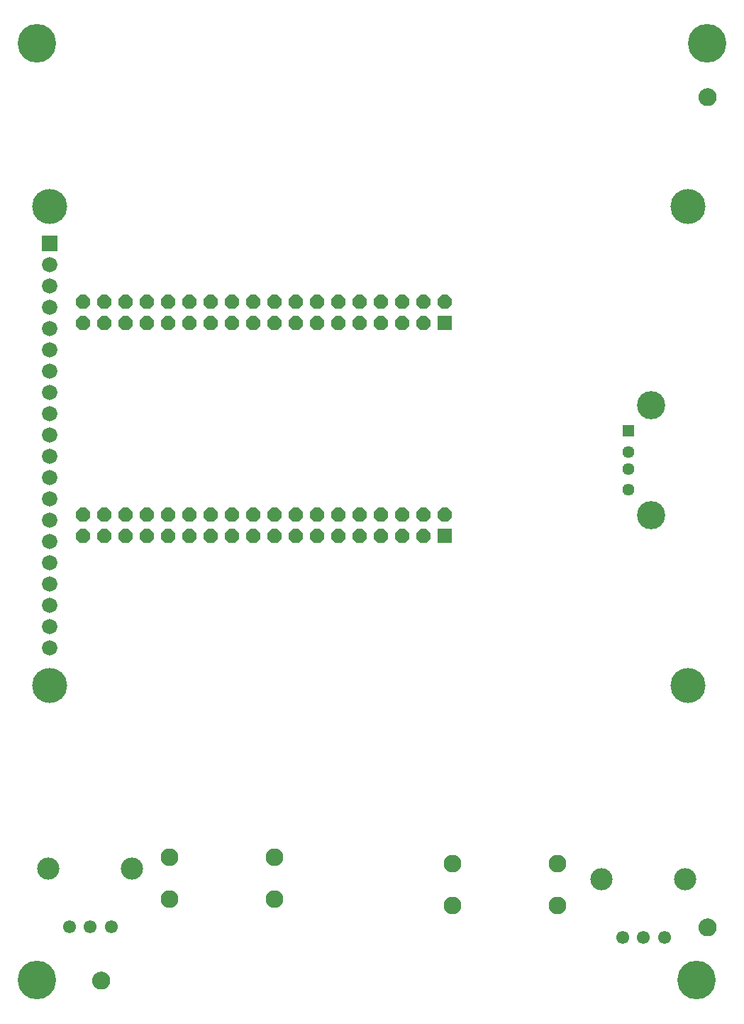
<source format=gbr>
G04 EAGLE Gerber RS-274X export*
G75*
%MOMM*%
%FSLAX34Y34*%
%LPD*%
%INSoldermask Bottom*%
%IPPOS*%
%AMOC8*
5,1,8,0,0,1.08239X$1,22.5*%
G01*
%ADD10R,1.676400X1.676400*%
%ADD11P,1.814519X8X202.500000*%
%ADD12R,1.828800X1.828800*%
%ADD13C,1.828800*%
%ADD14C,4.168400*%
%ADD15C,1.552400*%
%ADD16C,2.652400*%
%ADD17C,2.112400*%
%ADD18R,1.440400X1.440400*%
%ADD19C,1.440400*%
%ADD20C,3.372400*%
%ADD21C,4.597400*%
%ADD22C,0.609600*%
%ADD23C,1.168400*%


D10*
X537800Y568700D03*
D11*
X537800Y594100D03*
X512400Y568700D03*
X512400Y594100D03*
X487000Y568700D03*
X487000Y594100D03*
X461600Y568700D03*
X461600Y594100D03*
X436200Y568700D03*
X436200Y594100D03*
X410800Y568700D03*
X410800Y594100D03*
X385400Y568700D03*
X385400Y594100D03*
X360000Y568700D03*
X360000Y594100D03*
X334600Y568700D03*
X334600Y594100D03*
X309200Y568700D03*
X309200Y594100D03*
X283800Y568700D03*
X283800Y594100D03*
X258400Y568700D03*
X258400Y594100D03*
X233000Y568700D03*
X233000Y594100D03*
X207600Y568700D03*
X207600Y594100D03*
X182200Y568700D03*
X182200Y594100D03*
X156800Y568700D03*
X156800Y594100D03*
X131400Y568700D03*
X131400Y594100D03*
X106000Y568700D03*
X106000Y594100D03*
D10*
X537800Y822700D03*
D11*
X537800Y848100D03*
X512400Y822700D03*
X512400Y848100D03*
X487000Y822700D03*
X487000Y848100D03*
X461600Y822700D03*
X461600Y848100D03*
X436200Y822700D03*
X436200Y848100D03*
X410800Y822700D03*
X410800Y848100D03*
X385400Y822700D03*
X385400Y848100D03*
X360000Y822700D03*
X360000Y848100D03*
X334600Y822700D03*
X334600Y848100D03*
X309200Y822700D03*
X309200Y848100D03*
X283800Y822700D03*
X283800Y848100D03*
X258400Y822700D03*
X258400Y848100D03*
X233000Y822700D03*
X233000Y848100D03*
X207600Y822700D03*
X207600Y848100D03*
X182200Y822700D03*
X182200Y848100D03*
X156800Y822700D03*
X156800Y848100D03*
X131400Y822700D03*
X131400Y848100D03*
X106000Y822700D03*
X106000Y848100D03*
D12*
X66040Y916940D03*
D13*
X66040Y891540D03*
X66040Y866140D03*
X66040Y840740D03*
X66040Y815340D03*
X66040Y789940D03*
X66040Y764540D03*
X66040Y739140D03*
X66040Y713740D03*
X66040Y688340D03*
X66040Y662940D03*
X66040Y637540D03*
X66040Y612140D03*
X66040Y586740D03*
X66040Y561340D03*
X66040Y535940D03*
X66040Y510540D03*
X66040Y485140D03*
X66040Y459740D03*
X66040Y434340D03*
D14*
X66040Y961390D03*
X66040Y389890D03*
X828040Y961390D03*
X828040Y389890D03*
D15*
X749700Y88900D03*
X774700Y88900D03*
X799700Y88900D03*
D16*
X724700Y158900D03*
X824700Y158900D03*
D15*
X89300Y101600D03*
X114300Y101600D03*
X139300Y101600D03*
D16*
X64300Y171600D03*
X164300Y171600D03*
D17*
X672100Y177400D03*
X672100Y127400D03*
X547100Y127400D03*
X547100Y177400D03*
X334280Y185020D03*
X334280Y135020D03*
X209280Y135020D03*
X209280Y185020D03*
D18*
X756920Y693420D03*
D19*
X756920Y668420D03*
X756920Y648420D03*
X756920Y623420D03*
D20*
X784020Y724120D03*
X784020Y592720D03*
D21*
X850900Y1155700D03*
X838200Y38100D03*
X50800Y38100D03*
X50800Y1155700D03*
D22*
X843280Y101600D02*
X843282Y101787D01*
X843289Y101974D01*
X843301Y102161D01*
X843317Y102347D01*
X843337Y102533D01*
X843362Y102718D01*
X843392Y102903D01*
X843426Y103087D01*
X843465Y103270D01*
X843508Y103452D01*
X843556Y103632D01*
X843608Y103812D01*
X843665Y103990D01*
X843725Y104167D01*
X843791Y104342D01*
X843860Y104516D01*
X843934Y104688D01*
X844012Y104858D01*
X844094Y105026D01*
X844180Y105192D01*
X844270Y105356D01*
X844364Y105517D01*
X844462Y105677D01*
X844564Y105833D01*
X844670Y105988D01*
X844780Y106139D01*
X844893Y106288D01*
X845010Y106434D01*
X845130Y106577D01*
X845254Y106717D01*
X845381Y106854D01*
X845512Y106988D01*
X845646Y107119D01*
X845783Y107246D01*
X845923Y107370D01*
X846066Y107490D01*
X846212Y107607D01*
X846361Y107720D01*
X846512Y107830D01*
X846667Y107936D01*
X846823Y108038D01*
X846983Y108136D01*
X847144Y108230D01*
X847308Y108320D01*
X847474Y108406D01*
X847642Y108488D01*
X847812Y108566D01*
X847984Y108640D01*
X848158Y108709D01*
X848333Y108775D01*
X848510Y108835D01*
X848688Y108892D01*
X848868Y108944D01*
X849048Y108992D01*
X849230Y109035D01*
X849413Y109074D01*
X849597Y109108D01*
X849782Y109138D01*
X849967Y109163D01*
X850153Y109183D01*
X850339Y109199D01*
X850526Y109211D01*
X850713Y109218D01*
X850900Y109220D01*
X851087Y109218D01*
X851274Y109211D01*
X851461Y109199D01*
X851647Y109183D01*
X851833Y109163D01*
X852018Y109138D01*
X852203Y109108D01*
X852387Y109074D01*
X852570Y109035D01*
X852752Y108992D01*
X852932Y108944D01*
X853112Y108892D01*
X853290Y108835D01*
X853467Y108775D01*
X853642Y108709D01*
X853816Y108640D01*
X853988Y108566D01*
X854158Y108488D01*
X854326Y108406D01*
X854492Y108320D01*
X854656Y108230D01*
X854817Y108136D01*
X854977Y108038D01*
X855133Y107936D01*
X855288Y107830D01*
X855439Y107720D01*
X855588Y107607D01*
X855734Y107490D01*
X855877Y107370D01*
X856017Y107246D01*
X856154Y107119D01*
X856288Y106988D01*
X856419Y106854D01*
X856546Y106717D01*
X856670Y106577D01*
X856790Y106434D01*
X856907Y106288D01*
X857020Y106139D01*
X857130Y105988D01*
X857236Y105833D01*
X857338Y105677D01*
X857436Y105517D01*
X857530Y105356D01*
X857620Y105192D01*
X857706Y105026D01*
X857788Y104858D01*
X857866Y104688D01*
X857940Y104516D01*
X858009Y104342D01*
X858075Y104167D01*
X858135Y103990D01*
X858192Y103812D01*
X858244Y103632D01*
X858292Y103452D01*
X858335Y103270D01*
X858374Y103087D01*
X858408Y102903D01*
X858438Y102718D01*
X858463Y102533D01*
X858483Y102347D01*
X858499Y102161D01*
X858511Y101974D01*
X858518Y101787D01*
X858520Y101600D01*
X858518Y101413D01*
X858511Y101226D01*
X858499Y101039D01*
X858483Y100853D01*
X858463Y100667D01*
X858438Y100482D01*
X858408Y100297D01*
X858374Y100113D01*
X858335Y99930D01*
X858292Y99748D01*
X858244Y99568D01*
X858192Y99388D01*
X858135Y99210D01*
X858075Y99033D01*
X858009Y98858D01*
X857940Y98684D01*
X857866Y98512D01*
X857788Y98342D01*
X857706Y98174D01*
X857620Y98008D01*
X857530Y97844D01*
X857436Y97683D01*
X857338Y97523D01*
X857236Y97367D01*
X857130Y97212D01*
X857020Y97061D01*
X856907Y96912D01*
X856790Y96766D01*
X856670Y96623D01*
X856546Y96483D01*
X856419Y96346D01*
X856288Y96212D01*
X856154Y96081D01*
X856017Y95954D01*
X855877Y95830D01*
X855734Y95710D01*
X855588Y95593D01*
X855439Y95480D01*
X855288Y95370D01*
X855133Y95264D01*
X854977Y95162D01*
X854817Y95064D01*
X854656Y94970D01*
X854492Y94880D01*
X854326Y94794D01*
X854158Y94712D01*
X853988Y94634D01*
X853816Y94560D01*
X853642Y94491D01*
X853467Y94425D01*
X853290Y94365D01*
X853112Y94308D01*
X852932Y94256D01*
X852752Y94208D01*
X852570Y94165D01*
X852387Y94126D01*
X852203Y94092D01*
X852018Y94062D01*
X851833Y94037D01*
X851647Y94017D01*
X851461Y94001D01*
X851274Y93989D01*
X851087Y93982D01*
X850900Y93980D01*
X850713Y93982D01*
X850526Y93989D01*
X850339Y94001D01*
X850153Y94017D01*
X849967Y94037D01*
X849782Y94062D01*
X849597Y94092D01*
X849413Y94126D01*
X849230Y94165D01*
X849048Y94208D01*
X848868Y94256D01*
X848688Y94308D01*
X848510Y94365D01*
X848333Y94425D01*
X848158Y94491D01*
X847984Y94560D01*
X847812Y94634D01*
X847642Y94712D01*
X847474Y94794D01*
X847308Y94880D01*
X847144Y94970D01*
X846983Y95064D01*
X846823Y95162D01*
X846667Y95264D01*
X846512Y95370D01*
X846361Y95480D01*
X846212Y95593D01*
X846066Y95710D01*
X845923Y95830D01*
X845783Y95954D01*
X845646Y96081D01*
X845512Y96212D01*
X845381Y96346D01*
X845254Y96483D01*
X845130Y96623D01*
X845010Y96766D01*
X844893Y96912D01*
X844780Y97061D01*
X844670Y97212D01*
X844564Y97367D01*
X844462Y97523D01*
X844364Y97683D01*
X844270Y97844D01*
X844180Y98008D01*
X844094Y98174D01*
X844012Y98342D01*
X843934Y98512D01*
X843860Y98684D01*
X843791Y98858D01*
X843725Y99033D01*
X843665Y99210D01*
X843608Y99388D01*
X843556Y99568D01*
X843508Y99748D01*
X843465Y99930D01*
X843426Y100113D01*
X843392Y100297D01*
X843362Y100482D01*
X843337Y100667D01*
X843317Y100853D01*
X843301Y101039D01*
X843289Y101226D01*
X843282Y101413D01*
X843280Y101600D01*
D23*
X850900Y101600D03*
D22*
X119380Y38100D02*
X119382Y38287D01*
X119389Y38474D01*
X119401Y38661D01*
X119417Y38847D01*
X119437Y39033D01*
X119462Y39218D01*
X119492Y39403D01*
X119526Y39587D01*
X119565Y39770D01*
X119608Y39952D01*
X119656Y40132D01*
X119708Y40312D01*
X119765Y40490D01*
X119825Y40667D01*
X119891Y40842D01*
X119960Y41016D01*
X120034Y41188D01*
X120112Y41358D01*
X120194Y41526D01*
X120280Y41692D01*
X120370Y41856D01*
X120464Y42017D01*
X120562Y42177D01*
X120664Y42333D01*
X120770Y42488D01*
X120880Y42639D01*
X120993Y42788D01*
X121110Y42934D01*
X121230Y43077D01*
X121354Y43217D01*
X121481Y43354D01*
X121612Y43488D01*
X121746Y43619D01*
X121883Y43746D01*
X122023Y43870D01*
X122166Y43990D01*
X122312Y44107D01*
X122461Y44220D01*
X122612Y44330D01*
X122767Y44436D01*
X122923Y44538D01*
X123083Y44636D01*
X123244Y44730D01*
X123408Y44820D01*
X123574Y44906D01*
X123742Y44988D01*
X123912Y45066D01*
X124084Y45140D01*
X124258Y45209D01*
X124433Y45275D01*
X124610Y45335D01*
X124788Y45392D01*
X124968Y45444D01*
X125148Y45492D01*
X125330Y45535D01*
X125513Y45574D01*
X125697Y45608D01*
X125882Y45638D01*
X126067Y45663D01*
X126253Y45683D01*
X126439Y45699D01*
X126626Y45711D01*
X126813Y45718D01*
X127000Y45720D01*
X127187Y45718D01*
X127374Y45711D01*
X127561Y45699D01*
X127747Y45683D01*
X127933Y45663D01*
X128118Y45638D01*
X128303Y45608D01*
X128487Y45574D01*
X128670Y45535D01*
X128852Y45492D01*
X129032Y45444D01*
X129212Y45392D01*
X129390Y45335D01*
X129567Y45275D01*
X129742Y45209D01*
X129916Y45140D01*
X130088Y45066D01*
X130258Y44988D01*
X130426Y44906D01*
X130592Y44820D01*
X130756Y44730D01*
X130917Y44636D01*
X131077Y44538D01*
X131233Y44436D01*
X131388Y44330D01*
X131539Y44220D01*
X131688Y44107D01*
X131834Y43990D01*
X131977Y43870D01*
X132117Y43746D01*
X132254Y43619D01*
X132388Y43488D01*
X132519Y43354D01*
X132646Y43217D01*
X132770Y43077D01*
X132890Y42934D01*
X133007Y42788D01*
X133120Y42639D01*
X133230Y42488D01*
X133336Y42333D01*
X133438Y42177D01*
X133536Y42017D01*
X133630Y41856D01*
X133720Y41692D01*
X133806Y41526D01*
X133888Y41358D01*
X133966Y41188D01*
X134040Y41016D01*
X134109Y40842D01*
X134175Y40667D01*
X134235Y40490D01*
X134292Y40312D01*
X134344Y40132D01*
X134392Y39952D01*
X134435Y39770D01*
X134474Y39587D01*
X134508Y39403D01*
X134538Y39218D01*
X134563Y39033D01*
X134583Y38847D01*
X134599Y38661D01*
X134611Y38474D01*
X134618Y38287D01*
X134620Y38100D01*
X134618Y37913D01*
X134611Y37726D01*
X134599Y37539D01*
X134583Y37353D01*
X134563Y37167D01*
X134538Y36982D01*
X134508Y36797D01*
X134474Y36613D01*
X134435Y36430D01*
X134392Y36248D01*
X134344Y36068D01*
X134292Y35888D01*
X134235Y35710D01*
X134175Y35533D01*
X134109Y35358D01*
X134040Y35184D01*
X133966Y35012D01*
X133888Y34842D01*
X133806Y34674D01*
X133720Y34508D01*
X133630Y34344D01*
X133536Y34183D01*
X133438Y34023D01*
X133336Y33867D01*
X133230Y33712D01*
X133120Y33561D01*
X133007Y33412D01*
X132890Y33266D01*
X132770Y33123D01*
X132646Y32983D01*
X132519Y32846D01*
X132388Y32712D01*
X132254Y32581D01*
X132117Y32454D01*
X131977Y32330D01*
X131834Y32210D01*
X131688Y32093D01*
X131539Y31980D01*
X131388Y31870D01*
X131233Y31764D01*
X131077Y31662D01*
X130917Y31564D01*
X130756Y31470D01*
X130592Y31380D01*
X130426Y31294D01*
X130258Y31212D01*
X130088Y31134D01*
X129916Y31060D01*
X129742Y30991D01*
X129567Y30925D01*
X129390Y30865D01*
X129212Y30808D01*
X129032Y30756D01*
X128852Y30708D01*
X128670Y30665D01*
X128487Y30626D01*
X128303Y30592D01*
X128118Y30562D01*
X127933Y30537D01*
X127747Y30517D01*
X127561Y30501D01*
X127374Y30489D01*
X127187Y30482D01*
X127000Y30480D01*
X126813Y30482D01*
X126626Y30489D01*
X126439Y30501D01*
X126253Y30517D01*
X126067Y30537D01*
X125882Y30562D01*
X125697Y30592D01*
X125513Y30626D01*
X125330Y30665D01*
X125148Y30708D01*
X124968Y30756D01*
X124788Y30808D01*
X124610Y30865D01*
X124433Y30925D01*
X124258Y30991D01*
X124084Y31060D01*
X123912Y31134D01*
X123742Y31212D01*
X123574Y31294D01*
X123408Y31380D01*
X123244Y31470D01*
X123083Y31564D01*
X122923Y31662D01*
X122767Y31764D01*
X122612Y31870D01*
X122461Y31980D01*
X122312Y32093D01*
X122166Y32210D01*
X122023Y32330D01*
X121883Y32454D01*
X121746Y32581D01*
X121612Y32712D01*
X121481Y32846D01*
X121354Y32983D01*
X121230Y33123D01*
X121110Y33266D01*
X120993Y33412D01*
X120880Y33561D01*
X120770Y33712D01*
X120664Y33867D01*
X120562Y34023D01*
X120464Y34183D01*
X120370Y34344D01*
X120280Y34508D01*
X120194Y34674D01*
X120112Y34842D01*
X120034Y35012D01*
X119960Y35184D01*
X119891Y35358D01*
X119825Y35533D01*
X119765Y35710D01*
X119708Y35888D01*
X119656Y36068D01*
X119608Y36248D01*
X119565Y36430D01*
X119526Y36613D01*
X119492Y36797D01*
X119462Y36982D01*
X119437Y37167D01*
X119417Y37353D01*
X119401Y37539D01*
X119389Y37726D01*
X119382Y37913D01*
X119380Y38100D01*
D23*
X127000Y38100D03*
D22*
X843280Y1092200D02*
X843282Y1092387D01*
X843289Y1092574D01*
X843301Y1092761D01*
X843317Y1092947D01*
X843337Y1093133D01*
X843362Y1093318D01*
X843392Y1093503D01*
X843426Y1093687D01*
X843465Y1093870D01*
X843508Y1094052D01*
X843556Y1094232D01*
X843608Y1094412D01*
X843665Y1094590D01*
X843725Y1094767D01*
X843791Y1094942D01*
X843860Y1095116D01*
X843934Y1095288D01*
X844012Y1095458D01*
X844094Y1095626D01*
X844180Y1095792D01*
X844270Y1095956D01*
X844364Y1096117D01*
X844462Y1096277D01*
X844564Y1096433D01*
X844670Y1096588D01*
X844780Y1096739D01*
X844893Y1096888D01*
X845010Y1097034D01*
X845130Y1097177D01*
X845254Y1097317D01*
X845381Y1097454D01*
X845512Y1097588D01*
X845646Y1097719D01*
X845783Y1097846D01*
X845923Y1097970D01*
X846066Y1098090D01*
X846212Y1098207D01*
X846361Y1098320D01*
X846512Y1098430D01*
X846667Y1098536D01*
X846823Y1098638D01*
X846983Y1098736D01*
X847144Y1098830D01*
X847308Y1098920D01*
X847474Y1099006D01*
X847642Y1099088D01*
X847812Y1099166D01*
X847984Y1099240D01*
X848158Y1099309D01*
X848333Y1099375D01*
X848510Y1099435D01*
X848688Y1099492D01*
X848868Y1099544D01*
X849048Y1099592D01*
X849230Y1099635D01*
X849413Y1099674D01*
X849597Y1099708D01*
X849782Y1099738D01*
X849967Y1099763D01*
X850153Y1099783D01*
X850339Y1099799D01*
X850526Y1099811D01*
X850713Y1099818D01*
X850900Y1099820D01*
X851087Y1099818D01*
X851274Y1099811D01*
X851461Y1099799D01*
X851647Y1099783D01*
X851833Y1099763D01*
X852018Y1099738D01*
X852203Y1099708D01*
X852387Y1099674D01*
X852570Y1099635D01*
X852752Y1099592D01*
X852932Y1099544D01*
X853112Y1099492D01*
X853290Y1099435D01*
X853467Y1099375D01*
X853642Y1099309D01*
X853816Y1099240D01*
X853988Y1099166D01*
X854158Y1099088D01*
X854326Y1099006D01*
X854492Y1098920D01*
X854656Y1098830D01*
X854817Y1098736D01*
X854977Y1098638D01*
X855133Y1098536D01*
X855288Y1098430D01*
X855439Y1098320D01*
X855588Y1098207D01*
X855734Y1098090D01*
X855877Y1097970D01*
X856017Y1097846D01*
X856154Y1097719D01*
X856288Y1097588D01*
X856419Y1097454D01*
X856546Y1097317D01*
X856670Y1097177D01*
X856790Y1097034D01*
X856907Y1096888D01*
X857020Y1096739D01*
X857130Y1096588D01*
X857236Y1096433D01*
X857338Y1096277D01*
X857436Y1096117D01*
X857530Y1095956D01*
X857620Y1095792D01*
X857706Y1095626D01*
X857788Y1095458D01*
X857866Y1095288D01*
X857940Y1095116D01*
X858009Y1094942D01*
X858075Y1094767D01*
X858135Y1094590D01*
X858192Y1094412D01*
X858244Y1094232D01*
X858292Y1094052D01*
X858335Y1093870D01*
X858374Y1093687D01*
X858408Y1093503D01*
X858438Y1093318D01*
X858463Y1093133D01*
X858483Y1092947D01*
X858499Y1092761D01*
X858511Y1092574D01*
X858518Y1092387D01*
X858520Y1092200D01*
X858518Y1092013D01*
X858511Y1091826D01*
X858499Y1091639D01*
X858483Y1091453D01*
X858463Y1091267D01*
X858438Y1091082D01*
X858408Y1090897D01*
X858374Y1090713D01*
X858335Y1090530D01*
X858292Y1090348D01*
X858244Y1090168D01*
X858192Y1089988D01*
X858135Y1089810D01*
X858075Y1089633D01*
X858009Y1089458D01*
X857940Y1089284D01*
X857866Y1089112D01*
X857788Y1088942D01*
X857706Y1088774D01*
X857620Y1088608D01*
X857530Y1088444D01*
X857436Y1088283D01*
X857338Y1088123D01*
X857236Y1087967D01*
X857130Y1087812D01*
X857020Y1087661D01*
X856907Y1087512D01*
X856790Y1087366D01*
X856670Y1087223D01*
X856546Y1087083D01*
X856419Y1086946D01*
X856288Y1086812D01*
X856154Y1086681D01*
X856017Y1086554D01*
X855877Y1086430D01*
X855734Y1086310D01*
X855588Y1086193D01*
X855439Y1086080D01*
X855288Y1085970D01*
X855133Y1085864D01*
X854977Y1085762D01*
X854817Y1085664D01*
X854656Y1085570D01*
X854492Y1085480D01*
X854326Y1085394D01*
X854158Y1085312D01*
X853988Y1085234D01*
X853816Y1085160D01*
X853642Y1085091D01*
X853467Y1085025D01*
X853290Y1084965D01*
X853112Y1084908D01*
X852932Y1084856D01*
X852752Y1084808D01*
X852570Y1084765D01*
X852387Y1084726D01*
X852203Y1084692D01*
X852018Y1084662D01*
X851833Y1084637D01*
X851647Y1084617D01*
X851461Y1084601D01*
X851274Y1084589D01*
X851087Y1084582D01*
X850900Y1084580D01*
X850713Y1084582D01*
X850526Y1084589D01*
X850339Y1084601D01*
X850153Y1084617D01*
X849967Y1084637D01*
X849782Y1084662D01*
X849597Y1084692D01*
X849413Y1084726D01*
X849230Y1084765D01*
X849048Y1084808D01*
X848868Y1084856D01*
X848688Y1084908D01*
X848510Y1084965D01*
X848333Y1085025D01*
X848158Y1085091D01*
X847984Y1085160D01*
X847812Y1085234D01*
X847642Y1085312D01*
X847474Y1085394D01*
X847308Y1085480D01*
X847144Y1085570D01*
X846983Y1085664D01*
X846823Y1085762D01*
X846667Y1085864D01*
X846512Y1085970D01*
X846361Y1086080D01*
X846212Y1086193D01*
X846066Y1086310D01*
X845923Y1086430D01*
X845783Y1086554D01*
X845646Y1086681D01*
X845512Y1086812D01*
X845381Y1086946D01*
X845254Y1087083D01*
X845130Y1087223D01*
X845010Y1087366D01*
X844893Y1087512D01*
X844780Y1087661D01*
X844670Y1087812D01*
X844564Y1087967D01*
X844462Y1088123D01*
X844364Y1088283D01*
X844270Y1088444D01*
X844180Y1088608D01*
X844094Y1088774D01*
X844012Y1088942D01*
X843934Y1089112D01*
X843860Y1089284D01*
X843791Y1089458D01*
X843725Y1089633D01*
X843665Y1089810D01*
X843608Y1089988D01*
X843556Y1090168D01*
X843508Y1090348D01*
X843465Y1090530D01*
X843426Y1090713D01*
X843392Y1090897D01*
X843362Y1091082D01*
X843337Y1091267D01*
X843317Y1091453D01*
X843301Y1091639D01*
X843289Y1091826D01*
X843282Y1092013D01*
X843280Y1092200D01*
D23*
X850900Y1092200D03*
M02*

</source>
